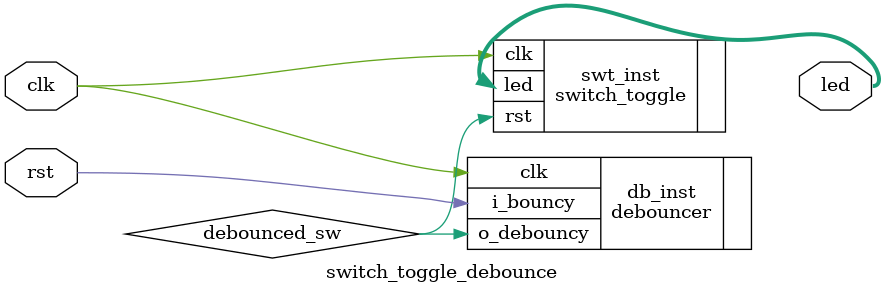
<source format=v>
module switch_toggle_debounce(
input clk,
input rst,
output [7:0] led);

wire debounced_sw;

debouncer #(.DEBOUNCE_LIMIT(1000000)) db_inst
(.clk(clk),.i_bouncy(rst),.o_debouncy(debounced_sw));

switch_toggle swt_inst
(.clk(clk),.rst(debounced_sw),.led(led));

endmodule

</source>
